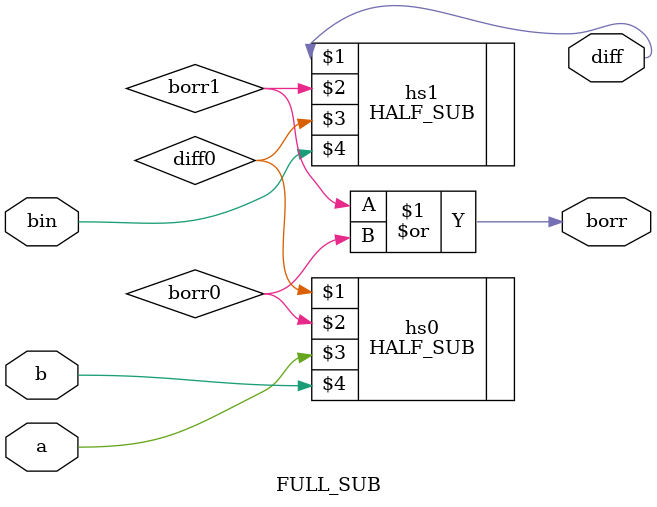
<source format=v>
module FULL_SUB(diff,borr,a,b,bin);
   input a,b,bin;
   output diff,borr;
   HALF_SUB hs0(diff0,borr0,a,b);
   HALF_SUB hs1(diff,borr1,diff0,bin);
   or(borr,borr1,borr0);
endmodule // FULL_SUB

</source>
